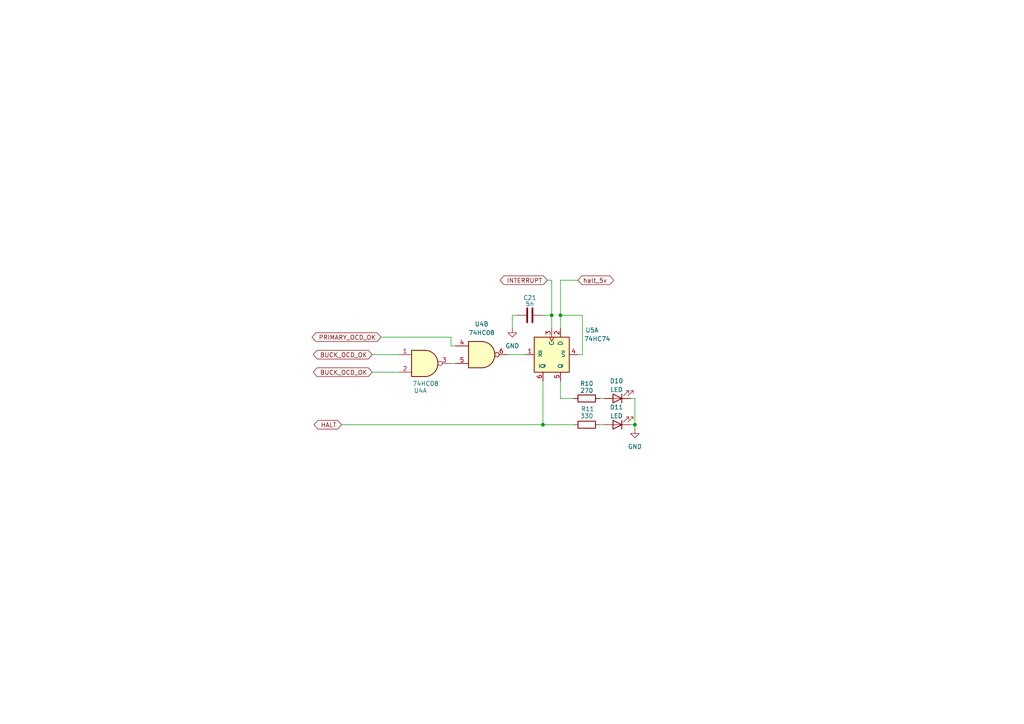
<source format=kicad_sch>
(kicad_sch (version 20250114) (generator "eeschema") (generator_version "9.0")
  (paper "A4")
  (lib_symbols
    (symbol "74xx:74HC00" (pin_names (offset 1.016))
      (property "Reference" "U" (at 0 1.27 0))
      (property "Value" "74HC00" (at 0 -1.27 0))
      (symbol "74HC00_1_1"
        (arc (start 0 3.81) (mid 3.7934 0) (end 0 -3.81) (stroke (width 0.254)) (fill (type background)))
        (polyline (pts (xy 0 3.81) (xy -3.81 3.81) (xy -3.81 -3.81) (xy 0 -3.81)) (stroke (width 0.254)) (fill (type background)))
        (pin input line (at -7.62 2.54 0) (length 3.81) (name "~") (number "1"))
        (pin input line (at -7.62 -2.54 0) (length 3.81) (name "~") (number "2"))
        (pin output inverted (at 7.62 0 180) (length 3.81) (name "~") (number "3"))
      )
      (symbol "74HC00_1_2"
        (arc (start -3.81 3.81) (mid -2.589 0) (end -3.81 -3.81) (stroke (width 0.254)))
        (polyline (pts (xy -3.81 3.81) (xy -0.635 3.81)) (stroke (width 0.254)) (fill (type background)))
        (polyline (pts (xy -3.81 -3.81) (xy -0.635 -3.81)) (stroke (width 0.254)) (fill (type background)))
        (arc (start 3.81 0) (mid 2.1855 -2.584) (end -0.6096 -3.81) (stroke (width 0.254)) (fill (type background)))
        (arc (start -0.6096 3.81) (mid 2.1928 2.5924) (end 3.81 0) (stroke (width 0.254)) (fill (type background)))
        (polyline (pts (xy -0.635 3.81) (xy -3.81 3.81) (xy -3.81 3.81) (xy -3.556 3.4036) (xy -3.0226 2.2606) (xy -2.6924 1.0414) (xy -2.6162 -0.254) (xy -2.7686 -1.4986) (xy -3.175 -2.7178) (xy -3.81 -3.81) (xy -3.81 -3.81) (xy -0.635 -3.81)) (stroke (width -25.4)) (fill (type background)))
        (pin input inverted (at -7.62 2.54 0) (length 4.318) (name "~") (number "1"))
        (pin input inverted (at -7.62 -2.54 0) (length 4.318) (name "~") (number "2"))
        (pin output line (at 7.62 0 180) (length 3.81) (name "~") (number "3"))
      )
      (symbol "74HC00_2_1"
        (arc (start 0 3.81) (mid 3.7934 0) (end 0 -3.81) (stroke (width 0.254)) (fill (type background)))
        (polyline (pts (xy 0 3.81) (xy -3.81 3.81) (xy -3.81 -3.81) (xy 0 -3.81)) (stroke (width 0.254)) (fill (type background)))
        (pin input line (at -7.62 2.54 0) (length 3.81) (name "~") (number "4"))
        (pin input line (at -7.62 -2.54 0) (length 3.81) (name "~") (number "5"))
        (pin output inverted (at 7.62 0 180) (length 3.81) (name "~") (number "6"))
      )
      (symbol "74HC00_2_2"
        (arc (start -3.81 3.81) (mid -2.589 0) (end -3.81 -3.81) (stroke (width 0.254)))
        (polyline (pts (xy -3.81 3.81) (xy -0.635 3.81)) (stroke (width 0.254)) (fill (type background)))
        (polyline (pts (xy -3.81 -3.81) (xy -0.635 -3.81)) (stroke (width 0.254)) (fill (type background)))
        (arc (start 3.81 0) (mid 2.1855 -2.584) (end -0.6096 -3.81) (stroke (width 0.254)) (fill (type background)))
        (arc (start -0.6096 3.81) (mid 2.1928 2.5924) (end 3.81 0) (stroke (width 0.254)) (fill (type background)))
        (polyline (pts (xy -0.635 3.81) (xy -3.81 3.81) (xy -3.81 3.81) (xy -3.556 3.4036) (xy -3.0226 2.2606) (xy -2.6924 1.0414) (xy -2.6162 -0.254) (xy -2.7686 -1.4986) (xy -3.175 -2.7178) (xy -3.81 -3.81) (xy -3.81 -3.81) (xy -0.635 -3.81)) (stroke (width -25.4)) (fill (type background)))
        (pin input inverted (at -7.62 2.54 0) (length 4.318) (name "~") (number "4"))
        (pin input inverted (at -7.62 -2.54 0) (length 4.318) (name "~") (number "5"))
        (pin output line (at 7.62 0 180) (length 3.81) (name "~") (number "6"))
      )
      (symbol "74HC00_3_1"
        (arc (start 0 3.81) (mid 3.7934 0) (end 0 -3.81) (stroke (width 0.254)) (fill (type background)))
        (polyline (pts (xy 0 3.81) (xy -3.81 3.81) (xy -3.81 -3.81) (xy 0 -3.81)) (stroke (width 0.254)) (fill (type background)))
        (pin input line (at -7.62 2.54 0) (length 3.81) (name "~") (number "9"))
        (pin input line (at -7.62 -2.54 0) (length 3.81) (name "~") (number "10"))
        (pin output inverted (at 7.62 0 180) (length 3.81) (name "~") (number "8"))
      )
      (symbol "74HC00_3_2"
        (arc (start -3.81 3.81) (mid -2.589 0) (end -3.81 -3.81) (stroke (width 0.254)))
        (polyline (pts (xy -3.81 3.81) (xy -0.635 3.81)) (stroke (width 0.254)) (fill (type background)))
        (polyline (pts (xy -3.81 -3.81) (xy -0.635 -3.81)) (stroke (width 0.254)) (fill (type background)))
        (arc (start 3.81 0) (mid 2.1855 -2.584) (end -0.6096 -3.81) (stroke (width 0.254)) (fill (type background)))
        (arc (start -0.6096 3.81) (mid 2.1928 2.5924) (end 3.81 0) (stroke (width 0.254)) (fill (type background)))
        (polyline (pts (xy -0.635 3.81) (xy -3.81 3.81) (xy -3.81 3.81) (xy -3.556 3.4036) (xy -3.0226 2.2606) (xy -2.6924 1.0414) (xy -2.6162 -0.254) (xy -2.7686 -1.4986) (xy -3.175 -2.7178) (xy -3.81 -3.81) (xy -3.81 -3.81) (xy -0.635 -3.81)) (stroke (width -25.4)) (fill (type background)))
        (pin input inverted (at -7.62 2.54 0) (length 4.318) (name "~") (number "9"))
        (pin input inverted (at -7.62 -2.54 0) (length 4.318) (name "~") (number "10"))
        (pin output line (at 7.62 0 180) (length 3.81) (name "~") (number "8"))
      )
      (symbol "74HC00_4_1"
        (arc (start 0 3.81) (mid 3.7934 0) (end 0 -3.81) (stroke (width 0.254)) (fill (type background)))
        (polyline (pts (xy 0 3.81) (xy -3.81 3.81) (xy -3.81 -3.81) (xy 0 -3.81)) (stroke (width 0.254)) (fill (type background)))
        (pin input line (at -7.62 2.54 0) (length 3.81) (name "~") (number "12"))
        (pin input line (at -7.62 -2.54 0) (length 3.81) (name "~") (number "13"))
        (pin output inverted (at 7.62 0 180) (length 3.81) (name "~") (number "11"))
      )
      (symbol "74HC00_4_2"
        (arc (start -3.81 3.81) (mid -2.589 0) (end -3.81 -3.81) (stroke (width 0.254)))
        (polyline (pts (xy -3.81 3.81) (xy -0.635 3.81)) (stroke (width 0.254)) (fill (type background)))
        (polyline (pts (xy -3.81 -3.81) (xy -0.635 -3.81)) (stroke (width 0.254)) (fill (type background)))
        (arc (start 3.81 0) (mid 2.1855 -2.584) (end -0.6096 -3.81) (stroke (width 0.254)) (fill (type background)))
        (arc (start -0.6096 3.81) (mid 2.1928 2.5924) (end 3.81 0) (stroke (width 0.254)) (fill (type background)))
        (polyline (pts (xy -0.635 3.81) (xy -3.81 3.81) (xy -3.81 3.81) (xy -3.556 3.4036) (xy -3.0226 2.2606) (xy -2.6924 1.0414) (xy -2.6162 -0.254) (xy -2.7686 -1.4986) (xy -3.175 -2.7178) (xy -3.81 -3.81) (xy -3.81 -3.81) (xy -0.635 -3.81)) (stroke (width -25.4)) (fill (type background)))
        (pin input inverted (at -7.62 2.54 0) (length 4.318) (name "~") (number "12"))
        (pin input inverted (at -7.62 -2.54 0) (length 4.318) (name "~") (number "13"))
        (pin output line (at 7.62 0 180) (length 3.81) (name "~") (number "11"))
      )
      (symbol "74HC00_5_0"
        (pin power_in line (at 0 12.7 270) (length 5.08) (name "VCC") (number "14"))
        (pin power_in line (at 0 -12.7 90) (length 5.08) (name "GND") (number "7"))
      )
      (symbol "74HC00_5_1"
        (rectangle (start -5.08 7.62) (end 5.08 -7.62) (stroke (width 0.254)) (fill (type background)))
      )
    )
    (symbol "74xx:74HC74" (pin_names (offset 1.016))
      (property "Reference" "U" (at -7.62 8.89 0))
      (property "Value" "74HC74" (at -7.62 -8.89 0))
      (symbol "74HC74_1_0"
        (pin input line (at -7.62 2.54 0) (length 2.54) (name "D") (number "2"))
        (pin input clock (at -7.62 0 0) (length 2.54) (name "C") (number "3"))
        (pin input line (at 0 7.62 270) (length 2.54) (name "~{S}") (number "4"))
        (pin input line (at 0 -7.62 90) (length 2.54) (name "~{R}") (number "1"))
        (pin output line (at 7.62 2.54 180) (length 2.54) (name "Q") (number "5"))
        (pin output line (at 7.62 -2.54 180) (length 2.54) (name "~{Q}") (number "6"))
      )
      (symbol "74HC74_1_1"
        (rectangle (start -5.08 5.08) (end 5.08 -5.08) (stroke (width 0.254)) (fill (type background)))
      )
      (symbol "74HC74_2_0"
        (pin input line (at -7.62 2.54 0) (length 2.54) (name "D") (number "12"))
        (pin input clock (at -7.62 0 0) (length 2.54) (name "C") (number "11"))
        (pin input line (at 0 7.62 270) (length 2.54) (name "~{S}") (number "10"))
        (pin input line (at 0 -7.62 90) (length 2.54) (name "~{R}") (number "13"))
        (pin output line (at 7.62 2.54 180) (length 2.54) (name "Q") (number "9"))
        (pin output line (at 7.62 -2.54 180) (length 2.54) (name "~{Q}") (number "8"))
      )
      (symbol "74HC74_2_1"
        (rectangle (start -5.08 5.08) (end 5.08 -5.08) (stroke (width 0.254)) (fill (type background)))
      )
      (symbol "74HC74_3_0"
        (pin power_in line (at 0 10.16 270) (length 2.54) (name "VCC") (number "14"))
        (pin power_in line (at 0 -10.16 90) (length 2.54) (name "GND") (number "7"))
      )
      (symbol "74HC74_3_1"
        (rectangle (start -5.08 7.62) (end 5.08 -7.62) (stroke (width 0.254)) (fill (type background)))
      )
    )
    (symbol "Device:C" (pin_numbers (hide yes)) (pin_names (offset 0.254))
      (property "Reference" "C" (at 0.635 2.54 0))
      (property "Value" "C" (at 0.635 -2.54 0))
      (symbol "C_0_1"
        (polyline (pts (xy -2.032 0.762) (xy 2.032 0.762)) (stroke (width 0.508)))
        (polyline (pts (xy -2.032 -0.762) (xy 2.032 -0.762)) (stroke (width 0.508)))
      )
      (symbol "C_1_1"
        (pin passive line (at 0 3.81 270) (length 2.794) (name "~") (number "1"))
        (pin passive line (at 0 -3.81 90) (length 2.794) (name "~") (number "2"))
      )
    )
    (symbol "Device:LED" (pin_numbers (hide yes)) (pin_names (offset 1.016) (hide yes))
      (property "Reference" "D" (at 0 2.54 0))
      (property "Value" "LED" (at 0 -2.54 0))
      (symbol "LED_0_1"
        (polyline (pts (xy -3.048 -0.762) (xy -4.572 -2.286) (xy -3.81 -2.286) (xy -4.572 -2.286) (xy -4.572 -1.524)))
        (polyline (pts (xy -1.778 -0.762) (xy -3.302 -2.286) (xy -2.54 -2.286) (xy -3.302 -2.286) (xy -3.302 -1.524)))
        (polyline (pts (xy -1.27 0) (xy 1.27 0)))
        (polyline (pts (xy -1.27 -1.27) (xy -1.27 1.27)) (stroke (width 0.254)))
        (polyline (pts (xy 1.27 -1.27) (xy 1.27 1.27) (xy -1.27 0) (xy 1.27 -1.27)) (stroke (width 0.254)))
      )
      (symbol "LED_1_1"
        (pin passive line (at -3.81 0 0) (length 2.54) (name "K") (number "1"))
        (pin passive line (at 3.81 0 180) (length 2.54) (name "A") (number "2"))
      )
    )
    (symbol "Device:R" (pin_numbers (hide yes)) (pin_names (offset 0))
      (property "Reference" "R" (at 2.032 0 90))
      (property "Value" "R" (at 0 0 90))
      (symbol "R_0_1"
        (rectangle (start -1.016 -2.54) (end 1.016 2.54) (stroke (width 0.254)))
      )
      (symbol "R_1_1"
        (pin passive line (at 0 3.81 270) (length 1.27) (name "~") (number "1"))
        (pin passive line (at 0 -3.81 90) (length 1.27) (name "~") (number "2"))
      )
    )
    (symbol "power:GND" (power) (pin_numbers (hide yes)) (pin_names (offset 0) (hide yes))
      (property "Value" "GND" (at 0 -3.81 0))
      (symbol "GND_0_1"
        (polyline (pts (xy 0 0) (xy 0 -1.27) (xy 1.27 -1.27) (xy 0 -2.54) (xy -1.27 -1.27) (xy 0 -1.27)))
      )
      (symbol "GND_1_1"
        (pin power_in line (at 0 0 270) (length 0) (name "~") (number "1"))
      )
    )
  )
  (junction (at 184.15 123.19))
  (junction (at 157.48 123.19))
  (junction (at 160.02 91.44))
  (junction (at 162.56 91.44))
  (wire (pts (xy 157.48 123.19) (xy 157.48 110.49)))
  (wire (pts (xy 130.81 97.79) (xy 130.81 100.33)))
  (wire (pts (xy 148.59 91.44) (xy 149.86 91.44)))
  (wire (pts (xy 130.81 100.33) (xy 132.08 100.33)))
  (wire (pts (xy 168.91 102.87) (xy 167.64 102.87)))
  (wire (pts (xy 162.56 115.57) (xy 166.37 115.57)))
  (wire (pts (xy 162.56 91.44) (xy 162.56 95.25)))
  (wire (pts (xy 107.95 102.87) (xy 115.57 102.87)))
  (wire (pts (xy 184.15 123.19) (xy 184.15 115.57)))
  (wire (pts (xy 160.02 81.28) (xy 160.02 91.44)))
  (wire (pts (xy 157.48 123.19) (xy 166.37 123.19)))
  (wire (pts (xy 147.32 102.87) (xy 152.4 102.87)))
  (wire (pts (xy 130.81 105.41) (xy 132.08 105.41)))
  (wire (pts (xy 107.95 107.95) (xy 115.57 107.95)))
  (wire (pts (xy 158.75 81.28) (xy 160.02 81.28)))
  (wire (pts (xy 110.49 97.79) (xy 130.81 97.79)))
  (wire (pts (xy 99.06 123.19) (xy 157.48 123.19)))
  (wire (pts (xy 168.91 91.44) (xy 168.91 102.87)))
  (wire (pts (xy 160.02 91.44) (xy 160.02 95.25)))
  (wire (pts (xy 184.15 124.46) (xy 184.15 123.19)))
  (wire (pts (xy 162.56 110.49) (xy 162.56 115.57)))
  (wire (pts (xy 182.88 123.19) (xy 184.15 123.19)))
  (wire (pts (xy 184.15 115.57) (xy 182.88 115.57)))
  (wire (pts (xy 175.26 115.57) (xy 173.99 115.57)))
  (wire (pts (xy 157.48 91.44) (xy 160.02 91.44)))
  (wire (pts (xy 175.26 123.19) (xy 173.99 123.19)))
  (wire (pts (xy 167.64 81.28) (xy 162.56 81.28)))
  (wire (pts (xy 148.59 95.25) (xy 148.59 91.44)))
  (wire (pts (xy 162.56 91.44) (xy 168.91 91.44)))
  (wire (pts (xy 162.56 81.28) (xy 162.56 91.44)))
  (global_label "INTERRUPT" (shape bidirectional) (at 158.75 81.28 180) (property "Intersheetrefs" "${INTERSHEET_REFS}" (effects (hide yes))))
  (global_label "HALT" (shape bidirectional) (at 99.06 123.19 180) (property "Intersheetrefs" "${INTERSHEET_REFS}" (effects (hide yes))))
  (global_label "halt_5v" (shape bidirectional) (at 167.64 81.28 0) (property "Intersheetrefs" "${INTERSHEET_REFS}" (effects (hide yes))))
  (global_label "BUCK_OCD_OK" (shape bidirectional) (at 107.95 107.95 180) (property "Intersheetrefs" "${INTERSHEET_REFS}" (effects (hide yes))))
  (global_label "BUCK_OCD_OK" (shape bidirectional) (at 107.95 102.87 180) (property "Intersheetrefs" "${INTERSHEET_REFS}" (effects (hide yes))))
  (global_label "PRIMARY_OCD_OK" (shape bidirectional) (at 110.49 97.79 180) (property "Intersheetrefs" "${INTERSHEET_REFS}" (effects (hide yes))))
  (symbol (lib_id "Device:R") (at 170.18 123.19 270) (unit 1)
    (property "Reference" "R11" (at 170.434 118.618 90))
    (property "Value" "330" (at 170.18 120.65 90))
    (property "Description" "Resistor" (effects (hide yes)))
  )
  (symbol (lib_id "Device:LED") (at 179.07 123.19 180) (unit 1)
    (property "Reference" "D11" (at 178.816 118.11 0))
    (property "Value" "LED" (at 178.816 120.65 0))
    (property "Description" "Light emitting diode" (effects (hide yes)))
    (property "Sim.Pins" "1=K 2=A" (effects (hide yes)))
  )
  (symbol (lib_id "power:GND") (at 148.59 95.25 0) (unit 1)
    (property "Reference" "#PWR028" (effects (hide yes)))
    (property "Value" "GND" (at 148.59 100.33 0))
    (property "Description" "Power symbol creates a global label with name \"GND\" , ground" (effects (hide yes)))
  )
  (symbol (lib_id "74xx:74HC00") (at 139.7 102.87 0) (unit 2)
    (property "Reference" "U4" (at 139.6917 93.98 0))
    (property "Value" "74HC08" (at 139.6917 96.52 0))
    (property "Datasheet" "http://www.ti.com/lit/gpn/sn74hc00" (effects (hide yes)))
    (property "Description" "quad 2-input NAND gate" (effects (hide yes)))
  )
  (symbol (lib_id "74xx:74HC74") (at 160.02 102.87 270) (unit 1)
    (property "Reference" "U5" (at 171.704 95.758 90))
    (property "Value" "74HC74" (at 173.228 98.298 90))
    (property "Datasheet" "74xx/74hc_hct74.pdf" (effects (hide yes)))
    (property "Description" "Dual D Flip-flop, Set & Reset" (effects (hide yes)))
  )
  (symbol (lib_id "Device:C") (at 153.67 91.44 90) (unit 1)
    (property "Reference" "C21" (at 153.67 86.36 90))
    (property "Value" "5n" (at 153.67 88.138 90))
    (property "Description" "Unpolarized capacitor" (effects (hide yes)))
  )
  (symbol (lib_id "power:GND") (at 184.15 124.46 0) (unit 1)
    (property "Reference" "#PWR029" (effects (hide yes)))
    (property "Value" "GND" (at 184.15 129.54 0))
    (property "Description" "Power symbol creates a global label with name \"GND\" , ground" (effects (hide yes)))
  )
  (symbol (lib_id "74xx:74HC00") (at 123.19 105.41 0) (unit 1)
    (property "Reference" "U4" (at 121.92 113.284 0))
    (property "Value" "74HC08" (at 123.444 111.252 0))
    (property "Datasheet" "http://www.ti.com/lit/gpn/sn74hc00" (effects (hide yes)))
    (property "Description" "quad 2-input NAND gate" (effects (hide yes)))
  )
  (symbol (lib_id "Device:R") (at 170.18 115.57 270) (unit 1)
    (property "Reference" "R10" (at 170.18 111.252 90))
    (property "Value" "270" (at 170.18 113.284 90))
    (property "Description" "Resistor" (effects (hide yes)))
  )
  (symbol (lib_id "Device:LED") (at 179.07 115.57 180) (unit 1)
    (property "Reference" "D10" (at 178.816 110.49 0))
    (property "Value" "LED" (at 178.816 113.03 0))
    (property "Description" "Light emitting diode" (effects (hide yes)))
    (property "Sim.Pins" "1=K 2=A" (effects (hide yes)))
  )
)
</source>
